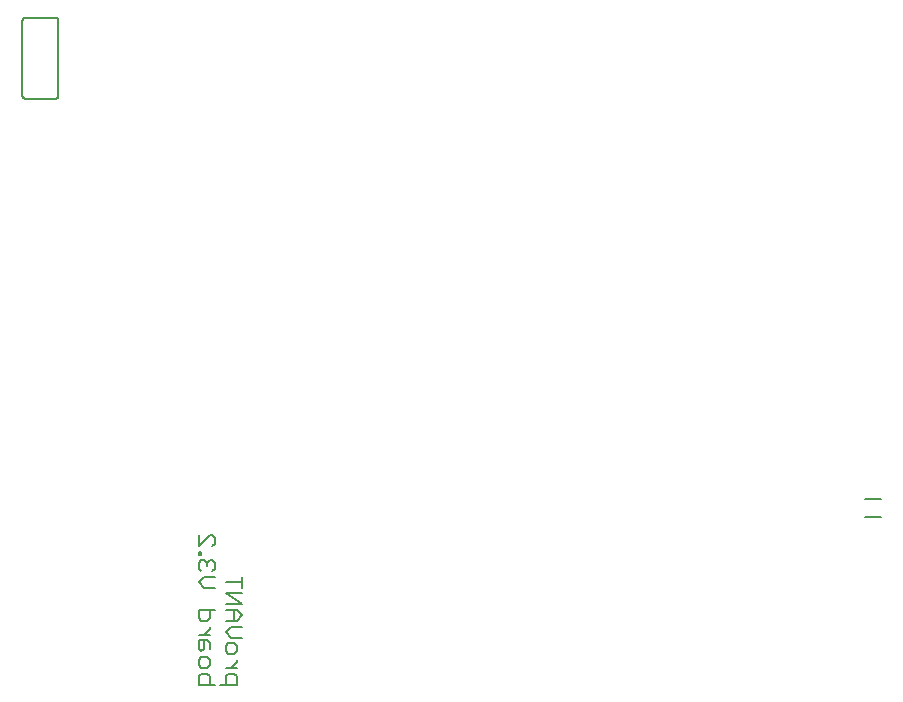
<source format=gbo>
G75*
G70*
%OFA0B0*%
%FSLAX24Y24*%
%IPPOS*%
%LPD*%
%AMOC8*
5,1,8,0,0,1.08239X$1,22.5*
%
%ADD10C,0.0050*%
%ADD11C,0.0060*%
D10*
X015955Y014952D02*
X015955Y015227D01*
X016047Y015319D01*
X016230Y015319D01*
X016322Y015227D01*
X016322Y014952D01*
X016505Y014952D02*
X015955Y014952D01*
X016047Y015504D02*
X015955Y015596D01*
X015955Y015780D01*
X016047Y015871D01*
X016230Y015871D01*
X016322Y015780D01*
X016322Y015596D01*
X016230Y015504D01*
X016047Y015504D01*
X016047Y016057D02*
X016138Y016149D01*
X016138Y016424D01*
X016230Y016424D02*
X015955Y016424D01*
X015955Y016149D01*
X016047Y016057D01*
X016322Y016149D02*
X016322Y016332D01*
X016230Y016424D01*
X016138Y016609D02*
X016322Y016793D01*
X016322Y016885D01*
X016230Y017070D02*
X016322Y017161D01*
X016322Y017437D01*
X016505Y017437D02*
X015955Y017437D01*
X015955Y017161D01*
X016047Y017070D01*
X016230Y017070D01*
X016322Y016609D02*
X015955Y016609D01*
X016855Y016701D02*
X017038Y016517D01*
X017405Y016517D01*
X017130Y016332D02*
X017222Y016240D01*
X017222Y016056D01*
X017130Y015965D01*
X016947Y015965D01*
X016855Y016056D01*
X016855Y016240D01*
X016947Y016332D01*
X017130Y016332D01*
X016855Y016701D02*
X017038Y016884D01*
X017405Y016884D01*
X017222Y017070D02*
X017405Y017253D01*
X017222Y017437D01*
X016855Y017437D01*
X016855Y017622D02*
X017405Y017622D01*
X016855Y017989D01*
X017405Y017989D01*
X017405Y018175D02*
X017405Y018542D01*
X017405Y018358D02*
X016855Y018358D01*
X016505Y018175D02*
X016138Y018175D01*
X015955Y018358D01*
X016138Y018542D01*
X016505Y018542D01*
X016414Y018727D02*
X016505Y018819D01*
X016505Y019002D01*
X016414Y019094D01*
X016322Y019094D01*
X016230Y019002D01*
X016138Y019094D01*
X016047Y019094D01*
X015955Y019002D01*
X015955Y018819D01*
X016047Y018727D01*
X016230Y018911D02*
X016230Y019002D01*
X016047Y019280D02*
X016047Y019371D01*
X015955Y019371D01*
X015955Y019280D01*
X016047Y019280D01*
X015955Y019556D02*
X016322Y019923D01*
X016414Y019923D01*
X016505Y019831D01*
X016505Y019648D01*
X016414Y019556D01*
X015955Y019556D02*
X015955Y019923D01*
X017130Y017437D02*
X017130Y017070D01*
X017222Y017070D02*
X016855Y017070D01*
X017222Y015780D02*
X017222Y015688D01*
X017038Y015504D01*
X016855Y015504D02*
X017222Y015504D01*
X017130Y015319D02*
X016947Y015319D01*
X016855Y015227D01*
X016855Y014952D01*
X016672Y014952D02*
X017222Y014952D01*
X017222Y015227D01*
X017130Y015319D01*
D11*
X011180Y034483D02*
X010180Y034483D01*
X010163Y034485D01*
X010146Y034489D01*
X010130Y034496D01*
X010116Y034506D01*
X010103Y034519D01*
X010093Y034533D01*
X010086Y034549D01*
X010082Y034566D01*
X010080Y034583D01*
X010080Y037083D01*
X010082Y037100D01*
X010086Y037117D01*
X010093Y037133D01*
X010103Y037147D01*
X010116Y037160D01*
X010130Y037170D01*
X010146Y037177D01*
X010163Y037181D01*
X010180Y037183D01*
X011180Y037183D01*
X011197Y037181D01*
X011214Y037177D01*
X011230Y037170D01*
X011244Y037160D01*
X011257Y037147D01*
X011267Y037133D01*
X011274Y037117D01*
X011278Y037100D01*
X011280Y037083D01*
X011280Y034583D01*
X011278Y034566D01*
X011274Y034549D01*
X011267Y034533D01*
X011257Y034519D01*
X011244Y034506D01*
X011230Y034496D01*
X011214Y034489D01*
X011197Y034485D01*
X011180Y034483D01*
X038160Y021133D02*
X038700Y021133D01*
X038700Y020533D02*
X038160Y020533D01*
M02*

</source>
